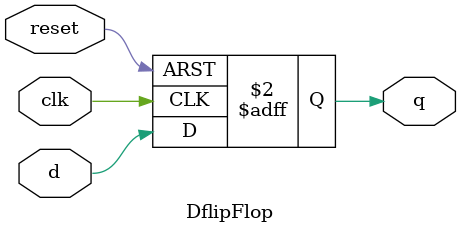
<source format=sv>
module Main(X1, X0,reset,clk,led);
	// Componentes exigidos
  	output led;
  	input clk,reset;
  	input X0,X1;
  	wire Q2M,Q1M,Q0M; 
  	wire Q2,Q1,Q0;
  
  always @ (posedge clk or posedge reset)
  begin
    // referentes aos valores da tabela
    // Q2M = Q2+
    // Q1M = Q1+
    // Q0M = Q0+

    $display("Estado Atual do circuito: %b %b %b",Q2M,Q1M,Q0M);
    $display("Saída do circuito: %b",led);
  end
  
  DflipFlop D2 (Q2, clk,Q2M, reset);
  DflipFlop D1 (Q1, clk,Q1M, reset);
  DflipFlop D0 (Q0, clk,Q0M, reset);
  
  // Saídas dos mapas de karnaugh
  assign Q2M = (Q1 & Q0 & ~X1 & X0) | (Q2 & ~X1) | (Q2 & Q0);
  assign Q1M = (~Q2 & ~Q1 & Q0 & X1 & ~X0) | (Q1 & ~Q0 & ~X0) | (Q1 & ~X1 & ~X0);
  assign Q0M = (X1 & X0) | (Q0 & ~X1 & ~X0) | (Q1 & ~Q0 & X1) | (Q2 & X0) | (Q2 & Q0);
  assign led = (Q2 & ~Q1 & Q0); 
  
endmodule
    
module DflipFlop(q, clk, d, reset);
  
    output reg q;
    input clk, reset;
    input d;
  always @ (posedge clk or posedge reset)
    if (reset) begin
        q <= 'b0;
    end 
    else begin
        q<= d;
    end
endmodule
</source>
